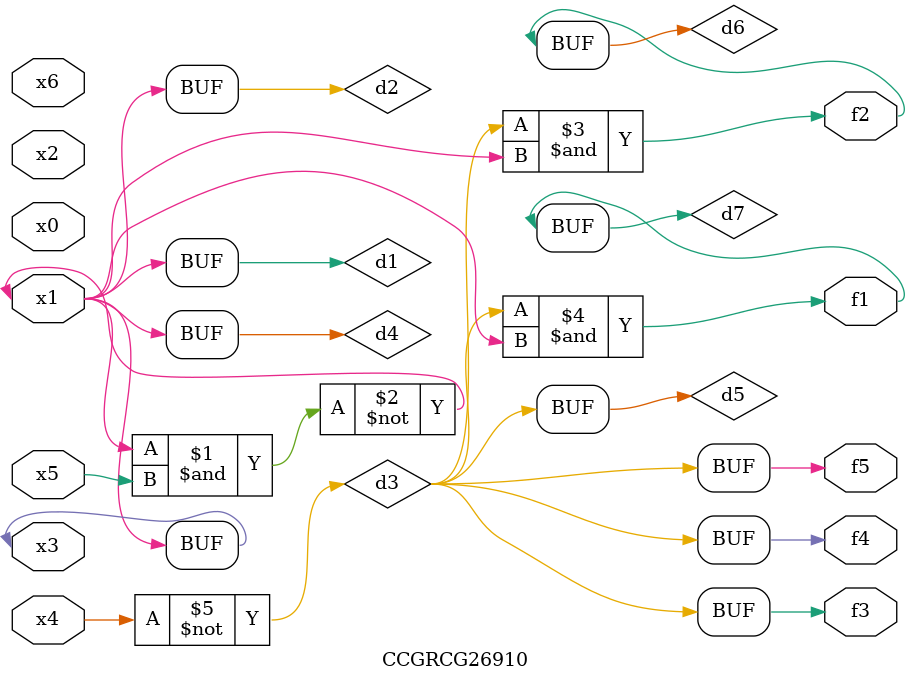
<source format=v>
module CCGRCG26910(
	input x0, x1, x2, x3, x4, x5, x6,
	output f1, f2, f3, f4, f5
);

	wire d1, d2, d3, d4, d5, d6, d7;

	buf (d1, x1, x3);
	nand (d2, x1, x5);
	not (d3, x4);
	buf (d4, d1, d2);
	buf (d5, d3);
	and (d6, d3, d4);
	and (d7, d3, d4);
	assign f1 = d7;
	assign f2 = d6;
	assign f3 = d5;
	assign f4 = d5;
	assign f5 = d5;
endmodule

</source>
